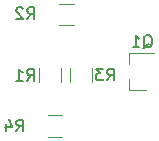
<source format=gbr>
G04 #@! TF.GenerationSoftware,KiCad,Pcbnew,(5.0.1)-3*
G04 #@! TF.CreationDate,2020-05-06T09:10:13+03:00*
G04 #@! TF.ProjectId,VienaTranPastiprinatajs,5669656E615472616E50617374697072,rev?*
G04 #@! TF.SameCoordinates,Original*
G04 #@! TF.FileFunction,Legend,Bot*
G04 #@! TF.FilePolarity,Positive*
%FSLAX46Y46*%
G04 Gerber Fmt 4.6, Leading zero omitted, Abs format (unit mm)*
G04 Created by KiCad (PCBNEW (5.0.1)-3) date 06-May-20 9:10:13 AM*
%MOMM*%
%LPD*%
G01*
G04 APERTURE LIST*
%ADD10C,0.120000*%
%ADD11C,0.150000*%
G04 APERTURE END LIST*
D10*
G04 #@! TO.C,Q1*
X101460000Y-51080000D02*
X102920000Y-51080000D01*
X101460000Y-47920000D02*
X103620000Y-47920000D01*
X101460000Y-47920000D02*
X101460000Y-48850000D01*
X101460000Y-51080000D02*
X101460000Y-50150000D01*
G04 #@! TO.C,R1*
X95710000Y-50422064D02*
X95710000Y-49217936D01*
X93890000Y-50422064D02*
X93890000Y-49217936D01*
G04 #@! TO.C,R2*
X95597936Y-43740000D02*
X96802064Y-43740000D01*
X95597936Y-45560000D02*
X96802064Y-45560000D01*
G04 #@! TO.C,R3*
X98340000Y-50422064D02*
X98340000Y-49217936D01*
X96520000Y-50422064D02*
X96520000Y-49217936D01*
G04 #@! TO.C,R4*
X95822064Y-53210000D02*
X94617936Y-53210000D01*
X95822064Y-55030000D02*
X94617936Y-55030000D01*
G04 #@! TO.C,Q1*
D11*
X102685238Y-47537619D02*
X102780476Y-47490000D01*
X102875714Y-47394761D01*
X103018571Y-47251904D01*
X103113809Y-47204285D01*
X103209047Y-47204285D01*
X103161428Y-47442380D02*
X103256666Y-47394761D01*
X103351904Y-47299523D01*
X103399523Y-47109047D01*
X103399523Y-46775714D01*
X103351904Y-46585238D01*
X103256666Y-46490000D01*
X103161428Y-46442380D01*
X102970952Y-46442380D01*
X102875714Y-46490000D01*
X102780476Y-46585238D01*
X102732857Y-46775714D01*
X102732857Y-47109047D01*
X102780476Y-47299523D01*
X102875714Y-47394761D01*
X102970952Y-47442380D01*
X103161428Y-47442380D01*
X101780476Y-47442380D02*
X102351904Y-47442380D01*
X102066190Y-47442380D02*
X102066190Y-46442380D01*
X102161428Y-46585238D01*
X102256666Y-46680476D01*
X102351904Y-46728095D01*
G04 #@! TO.C,R1*
X92866666Y-50272380D02*
X93200000Y-49796190D01*
X93438095Y-50272380D02*
X93438095Y-49272380D01*
X93057142Y-49272380D01*
X92961904Y-49320000D01*
X92914285Y-49367619D01*
X92866666Y-49462857D01*
X92866666Y-49605714D01*
X92914285Y-49700952D01*
X92961904Y-49748571D01*
X93057142Y-49796190D01*
X93438095Y-49796190D01*
X91914285Y-50272380D02*
X92485714Y-50272380D01*
X92200000Y-50272380D02*
X92200000Y-49272380D01*
X92295238Y-49415238D01*
X92390476Y-49510476D01*
X92485714Y-49558095D01*
G04 #@! TO.C,R2*
X92876666Y-45062380D02*
X93210000Y-44586190D01*
X93448095Y-45062380D02*
X93448095Y-44062380D01*
X93067142Y-44062380D01*
X92971904Y-44110000D01*
X92924285Y-44157619D01*
X92876666Y-44252857D01*
X92876666Y-44395714D01*
X92924285Y-44490952D01*
X92971904Y-44538571D01*
X93067142Y-44586190D01*
X93448095Y-44586190D01*
X92495714Y-44157619D02*
X92448095Y-44110000D01*
X92352857Y-44062380D01*
X92114761Y-44062380D01*
X92019523Y-44110000D01*
X91971904Y-44157619D01*
X91924285Y-44252857D01*
X91924285Y-44348095D01*
X91971904Y-44490952D01*
X92543333Y-45062380D01*
X91924285Y-45062380D01*
G04 #@! TO.C,R3*
X99626666Y-50252380D02*
X99960000Y-49776190D01*
X100198095Y-50252380D02*
X100198095Y-49252380D01*
X99817142Y-49252380D01*
X99721904Y-49300000D01*
X99674285Y-49347619D01*
X99626666Y-49442857D01*
X99626666Y-49585714D01*
X99674285Y-49680952D01*
X99721904Y-49728571D01*
X99817142Y-49776190D01*
X100198095Y-49776190D01*
X99293333Y-49252380D02*
X98674285Y-49252380D01*
X99007619Y-49633333D01*
X98864761Y-49633333D01*
X98769523Y-49680952D01*
X98721904Y-49728571D01*
X98674285Y-49823809D01*
X98674285Y-50061904D01*
X98721904Y-50157142D01*
X98769523Y-50204761D01*
X98864761Y-50252380D01*
X99150476Y-50252380D01*
X99245714Y-50204761D01*
X99293333Y-50157142D01*
G04 #@! TO.C,R4*
X91956666Y-54562380D02*
X92290000Y-54086190D01*
X92528095Y-54562380D02*
X92528095Y-53562380D01*
X92147142Y-53562380D01*
X92051904Y-53610000D01*
X92004285Y-53657619D01*
X91956666Y-53752857D01*
X91956666Y-53895714D01*
X92004285Y-53990952D01*
X92051904Y-54038571D01*
X92147142Y-54086190D01*
X92528095Y-54086190D01*
X91099523Y-53895714D02*
X91099523Y-54562380D01*
X91337619Y-53514761D02*
X91575714Y-54229047D01*
X90956666Y-54229047D01*
G04 #@! TD*
M02*

</source>
